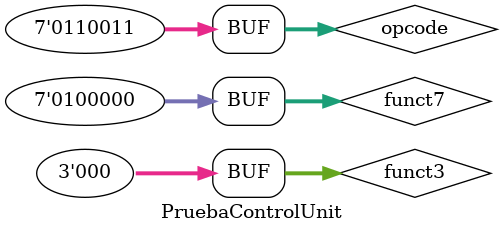
<source format=v>
`timescale 1ns / 1ps


module PruebaControlUnit;

	/*
	Objetivo
	Comprobar que las salidas de la unidad de control correspondan con la tabla de verdad realizada
	*/

	// Inputs
	reg [6:0] opcode;
	reg [2:0] funct3;
	reg [6:0] funct7;

	// Outputs
	wire branch;
	wire storeByte;
	wire PC_Source;
	wire loadByte;
	wire writeReg;
	wire ALU_src;
	wire writeMem;
	wire memReg;
	wire contA1;
	wire contJAL;
	wire contJALR;
	wire [2:0] contExt;
	wire [2:0] contALU;

	// Instantiate the Unit Under Test (UUT)
	ControlUnit uut (
		.opcode(opcode), 
		.funct3(funct3), 
		.funct7(funct7), 
		.branch(branch), 
		.storeByte(storeByte), 
		.PC_Source(PC_Source), 
		.loadByte(loadByte), 
		.writeReg(writeReg), 
		.ALU_src(ALU_src), 
		.writeMem(writeMem), 
		.memReg(memReg), 
		.contA1(contA1), 
		.contJAL(contJAL), 
		.contJALR(contJALR), 
		.contExt(contExt), 
		.contALU(contALU)
	);

	initial begin
		// Initialize Inputs
		opcode = 0;
		funct3 = 0;
		funct7 = 0;
		
		// Wait 100 ns for global reset to finish
		#20;
        
		// Add stimulus here
		
		// LUI
		opcode = 7'b0110111;
		funct3 = 3'b010;
		funct7 = 47;
		
		// Resultados esperados 
		/*
		branch = 0;
		storeByte = 0;
		PC_Source = 0;
		loadByte = x;
		writeReg = 1;
		ALU_src = 1;
		writeMem = 0;
		memReg = 0;
		contA1 = 1;
		contJAL = 0;
		contJALR = 0;
		contExt = 3'b101;
		contALU = 3'b000;
		*/
		
		#20; // Espera 20ns
		
		// JAL
		opcode = 7'b1101111;
		funct3 = 3'b011;
		funct7 = 100;
		
		// Resultados esperados 
		/*
		branch = 0;
		storeByte = 0;
		PC_Source = 1;
		loadByte = x;
		writeReg = 1;
		ALU_src = 1;
		writeMem = 0;
		memReg = 0;
		contA1 = x;
		contJAL = 1;
		contJALR = 1;
		contExt = 3'b010;
		contALU = 3'b000;
		*/
		
		#20;
		
		// JALR
		opcode = 7'b1100111;
		funct3 = 3'b111;
		funct7 = 97;
		
		// Resultados esperados 
		/*
		branch = 0;
		storeByte = 0;
		PC_Source = 1;
		loadByte = x;
		writeReg = 1;
		ALU_src = 1;
		writeMem = 0;
		memReg = 0;
		contA1 = 0;
		contJAL = 0;
		contJALR = 1;
		contExt = 3'b000;
		contALU = 3'b000;
		*/
		
		#20;
		
		// BNE
		opcode = 7'b1100011;
		funct3 = 3'b000;
		funct7 = 3;
		
		// Resultados esperados 
		/*
		branch = 1;
		storeByte = 0;
		PC_Source = 0;
		loadByte = x;
		writeReg = 1;
		ALU_src = 1;
		writeMem = 0;
		memReg = x;
		contA1 = 0;
		contJAL = 0;
		contJALR = 0;
		contExt = 3'b011;
		contALU = 3'b001;
		*/
		
		#20;
		
		// LW
		opcode = 7'b0000011;
		funct3 = 3'b010;
		funct7 = 7'b0000000;
		
		// Resultados esperados 
		/*
		branch = 0;
		storeByte = 0;
		PC_Source = 0;
		loadByte = 0;
		writeReg = 1;
		ALU_src = 1;
		writeMem = 0;
		memReg = 1;
		contA1 = 0;
		contJAL = 0;
		contJALR = 0;
		contExt = 3'b101;
		contALU = 3'b000;
		*/
		
		#20;
		
		// LBU
		opcode = 7'b0000011;
		funct3 = 3'b100;
		funct7 = 7'b0011000;
		
		// Resultados esperados 
		/*
		branch = 0;
		storeByte = 0;
		PC_Source = 0;
		loadByte = 1;
		writeReg = 1;
		ALU_src = 1;
		writeMem = 0;
		memReg = 1;
		contA1 = 0;
		contJAL = 0;
		contJALR = 0;
		contExt = 3'b101;
		contALU = 3'b000;
		*/
		
		#20;
		
		// SB
		opcode = 7'b0100011;
		funct3 = 3'b000;
		funct7 = 7'b0100100;
		
		// Resultados esperados 
		/*
		branch = 0;
		storeByte = 1;
		PC_Source = 0;
		loadByte = x;
		writeReg = 0;
		ALU_src = 1;
		writeMem = 1;
		memReg = x;
		contA1 = 0;
		contJAL = 0;
		contJALR = 0;
		contExt = 3'b100;
		contALU = 3'b000;
		*/
		
		#20;
		
		// SW
		opcode = 7'b1100011;
		funct3 = 3'b010;
		funct7 = 7'b1000101;
		
		// Resultados esperados 
		/*
		branch = 0;
		storeByte = 0;
		PC_Source = 0;
		loadByte = 0;
		writeReg = 0;
		ALU_src = 1;
		writeMem = 1;
		memReg = x;
		contA1 = 0;
		contJAL = 0;
		contJALR = 0;
		contExt = 3'b100;
		contALU = 3'b000;
		*/
		
		#20;
		
		// ADDI
		opcode = 7'b0010011;
		funct3 = 3'b000;
		funct7 = 7'b0110000;
		
		// Resultados esperados 
		/*
		branch = 0;
		storeByte = 0;
		PC_Source = 0;
		loadByte = x;
		writeReg = 1;
		ALU_src = 1;
		writeMem = 0;
		memReg = 0;
		contA1 = 0;
		contJAL = 0;
		contJALR = 0;
		contExt = 3'b000;
		contALU = 3'b000;
		*/
		
		#20;
		
		// XORI
		opcode = 7'b0010011;
		funct3 = 3'b100;
		funct7 = 7'b0101000;
		
		// Resultados esperados 
		/*
		branch = 0;
		storeByte = 0;
		PC_Source = 0;
		loadByte = x;
		writeReg = 1;
		ALU_src = 1;
		writeMem = 0;
		memReg = 0;
		contA1 = 0;
		contJAL = 0;
		contJALR = 0;
		contExt = 3'b000;
		contALU = 3'b010;
		*/
		
		#20;
		
		// ANDI
		opcode = 7'b0010011;
		funct3 = 3'b111;
		funct7 = 7'b0000111;
		
		// Resultados esperados 
		/*
		branch = 0;
		storeByte = 0;
		PC_Source = 0;
		loadByte = x;
		writeReg = 1;
		ALU_src = 1;
		writeMem = 0;
		memReg = 0;
		contA1 = 0;
		contJAL = 0;
		contJALR = 0;
		contExt = 3'b000;
		contALU = 3'b011;
		*/
		
		#20;
		
		// SLLI
		opcode = 7'b0010011;
		funct3 = 3'b001;
		funct7 = 7'b0000000;
		
		// Resultados esperados 
		/*
		branch = 0;
		storeByte = 0;
		PC_Source = 0;
		loadByte = x;
		writeReg = 1;
		ALU_src = 1;
		writeMem = 0;
		memReg = 0;
		contA1 = 0;
		contJAL = 0;
		contJALR = 0;
		contExt = 3'b001;
		contALU = 3'b100;
		*/
		
		#20;
		
		// SRLI
		opcode = 7'b0010011;
		funct3 = 3'b101;
		funct7 = 7'b0000000;
		
		// Resultados esperados 
		/*
		branch = 0;
		storeByte = 0;
		PC_Source = 0;
		loadByte = x;
		writeReg = 1;
		ALU_src = 1;
		writeMem = 0;
		memReg = 0;
		contA1 = 0;
		contJAL = 0;
		contJALR = 0;
		contExt = 3'b001;
		contALU = 3'b101;
		*/
		
		#20;
		
		// SRAI
		opcode = 7'b0010011;
		funct3 = 3'b101;
		funct7 = 7'b0100000;
		
		// Resultados esperados 
		/*
		branch = 0;
		storeByte = 0;
		PC_Source = 0;
		loadByte = x;
		writeReg = 1;
		ALU_src = 1;
		writeMem = 0;
		memReg = 0;
		contA1 = 0;
		contJAL = 0;
		contJALR = 0;
		contExt = 3'b001;
		contALU = 3'b110;
		*/
		
		#20;
		
		// ADD
		opcode = 7'b0110011;
		funct3 = 3'b000;
		funct7 = 7'b0000000;
		
		// Resultados esperados 
		/*
		branch = 0;
		storeByte = 0;
		PC_Source = 0;
		loadByte = x;
		writeReg = 1;
		ALU_src = 0;
		writeMem = 0;
		memReg = 0;
		contA1 = 0;
		contJAL = 0;
		contJALR = 0;
		contExt = x;
		contALU = 3'b000;
		*/
		
		#20;
		
		// SUB
		opcode = 7'b0110011;
		funct3 = 3'b000;
		funct7 = 7'b0100000;
		
		// Resultados esperados 
		/*
		branch = 0;
		storeByte = 0;
		PC_Source = 0;
		loadByte = x;
		writeReg = 1;
		ALU_src = 0;
		writeMem = 0;
		memReg = 0;
		contA1 = 0;
		contJAL = 0;
		contJALR = 0;
		contExt = 3'b000;
		contALU = 3'b001;
		*/
		
	end
      
endmodule


</source>
